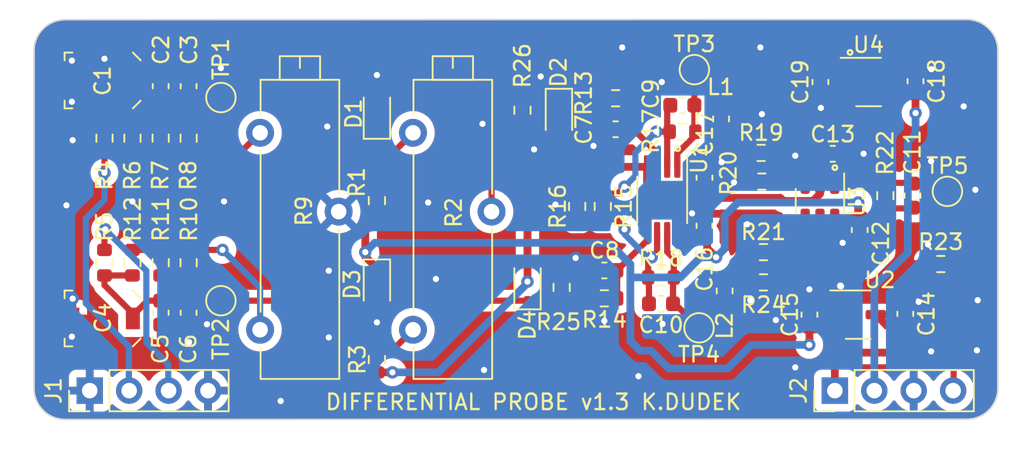
<source format=kicad_pcb>
(kicad_pcb (version 20240108) (generator "pcbnew") (generator_version "8.0")
  (layers (0 "F.Cu" signal) (31 "B.Cu" signal) (34 "B.Paste" user) (35 "F.Paste" user) (36 "B.SilkS" user "B.Silkscreen") (37 "F.SilkS" user "F.Silkscreen") (38 "B.Mask" user) (39 "F.Mask" user) (44 "Edge.Cuts" user))
  (net 0 "")
  (net 1 "GND")
  (net 2 "/VCC5V")
  (net 3 "4V8")
  (net 4 "-4V8")
  (net 5 "Net-(TP1-TP)")
  (net 6 "/VEE-5V")
  (net 7 "Net-(TP2-TP)")
  (net 8 "/VOUT")
  (net 9 "Net-(TP4-TP)")
  (net 10 "/IN_P")
  (net 11 "/IN_N")
  (net 12 "Net-(L1-Pad2)")
  (net 13 "Net-(L2-Pad2)")
  (net 14 "Net-(R6-Pad1)")
  (net 15 "Net-(R10-Pad2)")
  (net 16 "Net-(R10-Pad1)")
  (net 17 "Net-(U1A-+)")
  (net 18 "Net-(U1B-+)")
  (net 19 "Net-(U1A--)")
  (net 20 "Net-(TP3-TP)")
  (net 21 "Net-(U1B--)")
  (net 22 "Net-(U3-+)")
  (net 23 "Net-(U3--)")
  (net 24 "Net-(R1-Pad2)")
  (net 25 "Net-(R2-Pad1)")
  (net 26 "Net-(R7-Pad1)")
  (net 27 "Net-(R8-Pad1)")
  (net 28 "Net-(R11-Pad2)")
  (net 30 "Net-(R2-Pad2)")
  (footprint "Capacitor_SMD:C_0603_1608Metric" (layer "F.Cu") (at 97.27 44.03 90)
    (property "Reference" "C19")
    (property "Value" "1µ")
  )
  (footprint "TestPoint:TestPoint_Pad_D1.5mm" (layer "F.Cu") (at 89.15 43.23)
    (property "Reference" "TP3")
    (property "Value" "Test Point")
  )
  (footprint "Resistor_SMD:R_0603_1608Metric" (layer "F.Cu") (at 93.6 55)
    (property "Reference" "R21")
    (property "Value" "348")
  )
  (footprint "Capacitor_SMD:C_0603_1608Metric" (layer "F.Cu") (at 56.57 58.905 90)
    (property "Reference" "C6")
    (property "Value" " ")
  )
  (footprint "Connector_PinHeader_2.54mm:PinHeader_1x04_P2.54mm_Vertical" (layer "F.Cu") (at 98.2 63.93 90)
    (property "Reference" "J2")
    (property "Value" " ")
  )
  (footprint "Capacitor_SMD:C_0603_1608Metric" (layer "F.Cu") (at 54.77 58.905 90)
    (property "Reference" "C5")
    (property "Value" " ")
  )
  (footprint "Capacitor_SMD:C_0603_1608Metric" (layer "F.Cu") (at 96.5625 59.03 -90)
    (property "Reference" "C15")
    (property "Value" "1µ")
  )
  (footprint "TestPoint:TestPoint_Pad_D1.5mm" (layer "F.Cu") (at 58.65 45.03)
    (property "Reference" "TP1")
    (property "Value" " ")
  )
  (footprint "Resistor_SMD:R_0603_1608Metric" (layer "F.Cu") (at 56.57 47.65 90)
    (property "Reference" "R8")
    (property "Value" "24.9")
  )
  (footprint "Inductor_SMD:L_0603_1608Metric" (layer "F.Cu") (at 90.87 46.41 -90)
    (property "Reference" "L1")
    (property "Value" "r0")
  )
  (footprint "Package_TO_SOT_SMD:SOT-23-3" (layer "F.Cu") (at 100.37 44.03)
    (property "Reference" "U4")
    (property "Value" "XC6902N251")
  )
  (footprint "Resistor_SMD:R_0603_1608Metric" (layer "F.Cu") (at 51.15 55.68 -90)
    (property "Reference" "R5")
    (property "Value" "150")
  )
  (footprint "Package_SO:MSOP-8-1EP_3x3mm_P0.65mm_EP1.68x1.88mm" (layer "F.Cu") (at 87.075 51.63 -90)
    (property "Reference" "U1")
    (property "Value" "LTC6269")
  )
  (footprint "Resistor_SMD:R_0603_1608Metric" (layer "F.Cu") (at 81.6 52.055 -90)
    (property "Reference" "R16")
    (property "Value" " ")
  )
  (footprint "Resistor_SMD:R_0603_1608Metric" (layer "F.Cu") (at 101.45 51.355 90)
    (property "Reference" "R22")
    (property "Value" "348")
  )
  (footprint "Capacitor_SMD:C_0603_1608Metric" (layer "F.Cu") (at 54.77 44.3 -90)
    (property "Reference" "C2")
    (property "Value" " ")
  )
  (footprint "Resistor_SMD:R_0603_1608Metric" (layer "F.Cu") (at 87 56.63)
    (property "Reference" "R18")
    (property "Value" "470")
  )
  (footprint "Capacitor_SMD:C_0603_1608Metric" (layer "F.Cu") (at 87 58.33)
    (property "Reference" "C10")
    (property "Value" "10p")
  )
  (footprint "Resistor_SMD:R_0603_1608Metric" (layer "F.Cu") (at 51.15 47.65 90)
    (property "Reference" "R4")
    (property "Value" "150")
  )
  (footprint "Resistor_SMD:R_0603_1608Metric" (layer "F.Cu") (at 93.45 48.6)
    (property "Reference" "R19")
    (property "Value" "348")
  )
  (footprint "Inductor_SMD:L_0603_1608Metric" (layer "F.Cu") (at 91.1 57.5 90)
    (property "Reference" "L2")
    (property "Value" "r0")
  )
  (footprint "Capacitor_SMD:C_Trimmer_Voltronics_JZ" (layer "F.Cu") (at 51.03 59.275 180)
    (property "Reference" "C4")
    (property "Value" " ")
  )
  (footprint "TestPoint:TestPoint_Pad_D1.5mm" (layer "F.Cu") (at 58.65 58.13)
    (property "Reference" "TP2")
    (property "Value" " ")
  )
  (footprint "Resistor_SMD:R_0603_1608Metric" (layer "F.Cu") (at 54.77 47.65 -90)
    (property "Reference" "R7")
    (property "Value" "845")
  )
  (footprint "Connector_PinHeader_2.54mm:PinHeader_1x04_P2.54mm_Vertical" (layer "F.Cu") (at 50.2 63.93 90)
    (property "Reference" "J1")
    (property "Value" " ")
  )
  (footprint "Package_TO_SOT_SMD:SOT-23-6" (layer "F.Cu") (at 97.24 51.72 -90)
    (property "Reference" "U3")
    (property "Value" "LMH6611")
  )
  (footprint "Resistor_SMD:R_0603_1608Metric" (layer "F.Cu") (at 78.075 45.85 90)
    (property "Reference" "R26")
    (property "Value" "750k")
  )
  (footprint "Capacitor_SMD:C_0603_1608Metric" (layer "F.Cu") (at 103.2 51.355 90)
    (property "Reference" "C11")
    (property "Value" "10p")
  )
  (footprint "Resistor_SMD:R_0603_1608Metric" (layer "F.Cu") (at 56.57 55.68 -90)
    (property "Reference" "R10")
    (property "Value" "24.9")
  )
  (footprint "Resistor_SMD:R_0603_1608Metric" (layer "F.Cu") (at 54.77 55.68 90)
    (property "Reference" "R11")
    (property "Value" "845")
  )
  (footprint "Resistor_SMD:R_0603_1608Metric" (layer "F.Cu") (at 83.25 52.055 -90)
    (property "Reference" "R15")
    (property "Value" "16")
  )
  (footprint "Diode_SMD:D_SOD-323" (layer "F.Cu") (at 68.7 46.08 90)
    (property "Reference" "D1")
    (property "Value" "BAS316,115")
  )
  (footprint "TestPoint:TestPoint_Pad_D1.5mm" (layer "F.Cu") (at 89.45 59.88)
    (property "Reference" "TP4")
    (property "Value" " ")
  )
  (footprint "Resistor_SMD:R_0603_1608Metric" (layer "F.Cu") (at 52.95 47.65 90)
    (property "Reference" "R6")
    (property "Value" "9.1k")
  )
  (footprint "Capacitor_SMD:C_0603_1608Metric" (layer "F.Cu") (at 102.7375 58.98 -90)
    (property "Reference" "C14")
    (property "Value" "1µ")
  )
  (footprint "Resistor_SMD:R_0603_1608Metric" (layer "F.Cu") (at 68.7 51.68 90)
    (property "Reference" "R1")
    (property "Value" "1M")
  )
  (footprint "Capacitor_SMD:C_0603_1608Metric" (layer "F.Cu") (at 88.375 45.53)
    (property "Reference" "C9")
    (property "Value" "10p")
  )
  (footprint "Resistor_SMD:R_0603_1608Metric" (layer "F.Cu") (at 80.6 57.275 -90)
    (property "Reference" "R25")
    (property "Value" "750k")
  )
  (footprint "Resistor_SMD:R_0603_1608Metric" (layer "F.Cu") (at 93.6 56.95)
    (property "Reference" "R24")
    (property "Value" " ")
  )
  (footprint "Resistor_SMD:R_0603_1608Metric" (layer "F.Cu") (at 68.7 61.93 -90)
    (property "Reference" "R3")
    (property "Value" "1M")
  )
  (footprint "Resistor_SMD:R_0603_1608Metric" (layer "F.Cu") (at 93.5 50.45 180)
    (property "Reference" "R20")
    (property "Value" "348")
  )
  (footprint "Resistor_SMD:R_0603_1608Metric" (layer "F.Cu") (at 52.95 55.68 -90)
    (property "Reference" "R12")
    (property "Value" "9.1k")
  )
  (footprint "Resistor_SMD:R_0603_1608Metric" (layer "F.Cu") (at 88.3875 47.23)
    (property "Reference" "R17")
    (property "Value" "470")
  )
  (footprint "Package_TO_SOT_SMD:SOT-23-3" (layer "F.Cu") (at 99.7 59.03)
    (property "Reference" "U2")
    (property "Value" "XC6206P251")
  )
  (footprint "Resistor_SMD:R_0603_1608Metric" (layer "F.Cu") (at 83.35 57.98)
    (property "Reference" "R14")
    (property "Value" "150")
  )
  (footprint "Diode_SMD:D_SOD-323" (layer "F.Cu") (at 78.4 57.08 90)
    (property "Reference" "D4")
    (property "Value" "BAS316,115")
  )
  (footprint "Diode_SMD:D_SOD-323" (layer "F.Cu") (at 68.7 57.08 -90)
    (property "Reference" "D3")
    (property "Value" "BAS316,115")
  )
  (footprint "Capacitor_SMD:C_0603_1608Metric" (layer "F.Cu") (at 98.065 48.6575 180)
    (property "Reference" "C13")
    (property "Value" "0.1µ")
  )
  (footprint "Capacitor_SMD:C_0603_1608Metric" (layer "F.Cu") (at 83.35 56.18)
    (property "Reference" "C8")
    (property "Value" "10p")
  )
  (footprint "Capacitor_SMD:C_0603_1608Metric" (layer "F.Cu") (at 56.57 44.3 -90)
    (property "Reference" "C3")
    (property "Value" " ")
  )
  (footprint "Resistor_SMD:R_0603_1608Metric" (layer "F.Cu") (at 105.025 55.7675)
    (property "Reference" "R23")
    (property "Value" "1k")
  )
  (footprint "Capacitor_SMD:C_Trimmer_Voltronics_JZ" (layer "F.Cu") (at 51.03 43.93 180)
    (property "Reference" "C1")
    (property "Value" " ")
  )
  (footprint "Capacitor_SMD:C_0603_1608Metric" (layer "F.Cu") (at 89.8 50.2 -90)
    (property "Reference" "C17")
    (property "Value" "0.1µ")
  )
  (footprint "Diode_SMD:D_SOD-323" (layer "F.Cu") (at 80.425 46.075 -90)
    (property "Reference" "D2")
    (property "Value" "BAS316,115")
  )
  (footprint "Capacitor_SMD:C_0603_1608Metric" (layer "F.Cu") (at 99.8 53.575 90)
    (property "Reference" "C12")
    (property "Value" "0.1µ")
  )
  (footprint "Potentiometer_THT:Potentiometer_Bourns_3006W_Horizontal" (layer "F.Cu") (at 61.175 60.005 -90)
    (property "Reference" "R9")
    (property "Value" "100")
  )
  (footprint "Capacitor_SMD:C_0603_1608Metric" (layer "F.Cu") (at 84.075 47.075)
    (property "Reference" "C7")
    (property "Value" "10p")
  )
  (footprint "Capacitor_SMD:C_0603_1608Metric" (layer "F.Cu") (at 103.395 43.98 -90)
    (property "Reference" "C18")
    (property "Value" "1µ")
  )
  (footprint "Resistor_SMD:R_0603_1608Metric" (layer "F.Cu") (at 84.075 45.075)
    (property "Reference" "R13")
    (property "Value" "150")
  )
  (footprint "Capacitor_SMD:C_0603_1608Metric" (layer "F.Cu") (at 89.8 53.3 -90)
    (property "Reference" "C16")
    (property "Value" "0.1µ")
  )
  (footprint "Potentiometer_THT:Potentiometer_Bourns_3006W_Horizontal" (layer "F.Cu") (at 71.025 60.005 -90)
    (property "Reference" "R2")
    (property "Value" "1M")
  )
  (footprint "TestPoint:TestPoint_Pad_D1.5mm" (layer "F.Cu") (at 105.45 51.08)
    (property "Reference" "TP5")
    (property "Value" " ")
  )
  (gr_circle (center 98.55 57.17071) (end 98.6 57.22071) (stroke (width 0.15)) (fill none) (layer "F.SilkS"))
  (gr_circle (center 99.175 42.12071) (end 99.225 42.17071) (stroke (width 0.15)) (fill none) (layer "F.SilkS"))
  (gr_circle (center 98.2 49.55) (end 98.25 49.6) (stroke (width 0.15)) (fill none) (layer "F.SilkS"))
  (gr_circle (center 88.075 48.325) (end 88.125 48.375) (stroke (width 0.15)) (fill none) (layer "F.SilkS"))
  (gr_line (start 108.7 42) (end 108.7 63.771572) (stroke (width 0.1)) (layer "Edge.Cuts"))
  (gr_arc (start 108.7 63.771572) (mid 108.114214 65.185786) (end 106.7 65.771572) (stroke (width 0.1)) (layer "Edge.Cuts"))
  (gr_arc (start 106.7 40) (mid 108.114214 40.585786) (end 108.7 42) (stroke (width 0.1)) (layer "Edge.Cuts"))
  (gr_line (start 106.7 65.771572) (end 48.614214 65.785786) (stroke (width 0.1)) (layer "Edge.Cuts"))
  (gr_arc (start 46.614214 42.014214) (mid 47.2 40.6) (end 48.614214 40.014214) (stroke (width 0.1)) (layer "Edge.Cuts"))
  (gr_arc (start 48.614214 65.785786) (mid 47.2 65.2) (end 46.614214 63.785786) (stroke (width 0.1)) (layer "Edge.Cuts"))
  (gr_line (start 46.614214 63.785786) (end 46.614214 42.014214) (stroke (width 0.1)) (layer "Edge.Cuts"))
  (gr_line (start 48.614214 40.014214) (end 106.7 40) (stroke (width 0.1)) (layer "Edge.Cuts"))
  (gr_text "DIFFERENTIAL PROBE v1.3 K.DUDEK" (at 65.3 65.25 0) (layer "F.SilkS") (effects (font (size 1 1)) (justify left bottom)))
  (segment (start 96.5625 58.255) (end 96.5625 57.4) (width 0.5) (layer "F.Cu") (net 1))
  (segment (start 81.5 55.375) (end 81.77 55.375) (width 0.4) (layer "F.Cu") (net 1))
  (segment (start 89.775 52.5) (end 89.8 52.525) (width 0.4) (layer "F.Cu") (net 1))
  (segment (start 99.2325 44.98) (end 97.445 44.98) (width 0.4) (layer "F.Cu") (net 1))
  (segment (start 92.626041 50.498959) (end 92.675 50.45) (width 0.5) (layer "F.Cu") (net 1))
  (segment (start 92.775 58.075) (end 92.75 58.1) (width 0.4) (layer "F.Cu") (net 1))
  (segment (start 91.701041 50.498959) (end 92.626041 50.498959) (width 0.5) (layer "F.Cu") (net 1))
  (segment (start 98.7 54.4) (end 99.74 54.4) (width 0.4) (layer "F.Cu") (net 1))
  (segment (start 96.7375 58.08) (end 96.5625 58.255) (width 0.25) (layer "F.Cu") (net 1))
  (segment (start 90.675 49.425) (end 89.8 49.425) (width 0.5) (layer "F.Cu") (net 1))
  (segment (start 103.6 58.205) (end 102.7375 58.205) (width 0.5) (layer "F.Cu") (net 1))
  (segment (start 81.5 55.55) (end 80.6 56.45) (width 0.4) (layer "F.Cu") (net 1))
  (segment (start 103.6 58.205) (end 103.8625 58.205) (width 0.25) (layer "F.Cu") (net 1))
  (segment (start 98.5625 58.08) (end 99.72 58.08) (width 0.5) (layer "F.Cu") (net 1))
  (segment (start 56.4 59.68) (end 54.5 59.68) (width 0.25) (layer "F.Cu") (net 1))
  (segment (start 83.3 47.075) (end 82.625 47.75) (width 0.4) (layer "F.Cu") (net 1))
  (segment (start 89 52.5) (end 89.775 52.5) (width 0.4) (layer "F.Cu") (net 1))
  (segment (start 97.445 44.98) (end 97.27 44.805) (width 0.4) (layer "F.Cu") (net 1))
  (segment (start 97.3 44.835) (end 97.27 44.805) (width 0.4) (layer "F.Cu") (net 1))
  (segment (start 103.27 43.08) (end 103.37 43.18) (width 0.25) (layer "F.Cu") (net 1))
  (segment (start 90.9 49.2) (end 90.675 49.425) (width 0.5) (layer "F.Cu") (net 1))
  (segment (start 100.0425 48.6575) (end 100.05 48.65) (width 0.4) (layer "F.Cu") (net 1))
  (segment (start 56.57 43.525) (end 54.77 43.525) (width 0.25) (layer "F.Cu") (net 1))
  (segment (start 90.135 52.455) (end 89.975 52.455) (width 0.25) (layer "F.Cu") (net 1))
  (segment (start 92.775 56.95) (end 92.775 58.075) (width 0.4) (layer "F.Cu") (net 1))
  (segment (start 98.84 48.6575) (end 100.0425 48.6575) (width 0.4) (layer "F.Cu") (net 1))
  (segment (start 81.77 55.375) (end 82.575 56.18) (width 0.4) (layer "F.Cu") (net 1))
  (segment (start 99.78 58.08) (end 102.6125 58.08) (width 0.5) (layer "F.Cu") (net 1))
  (segment (start 97.3 45.7) (end 97.3 44.835) (width 0.4) (layer "F.Cu") (net 1))
  (segment (start 102.6125 58.08) (end 102.7375 58.205) (width 0.25) (layer "F.Cu") (net 1))
  (segment (start 92.675 50.45) (end 92.675 50.325) (width 0.4) (layer "F.Cu") (net 1))
  (segment (start 81.5 55.375) (end 81.5 55.55) (width 0.4) (layer "F.Cu") (net 1))
  (segment (start 103.395 43.205) (end 104.42 43.205) (width 0.5) (layer "F.Cu") (net 1))
  (via (at 58.65 43.13) (size 0.8) (drill 0.4) (layers "F.Cu" "B.Cu") (net 1))
  (via (at 97.3 45.7) (size 0.8) (drill 0.4) (layers "F.Cu" "B.Cu") (net 1))
  (via (at 78.825 48.375) (size 0.8) (drill 0.4) (layers "F.Cu" "B.Cu") (net 1))
  (via (at 98.7 54.4) (size 0.8) (drill 0.4) (layers "F.Cu" "B.Cu") (net 1))
  (via (at 103.6 58.205) (size 0.8) (drill 0.4) (layers "F.Cu" "B.Cu") (net 1))
  (via (at 51.15 42.53) (size 0.8) (drill 0.4) (layers "F.Cu" "B.Cu") (net 1))
  (via (at 95.65 62.43) (size 0.8) (drill 0.4) (layers "F.Cu" "B.Cu") (net 1))
  (via (at 49.1 47.78) (size 0.8) (drill 0.4) (layers "F.Cu" "B.Cu") (net 1))
  (via (at 65.5 46.9) (size 0.8) (drill 0.4) (layers "F.Cu" "B.Cu") (net 1))
  (via (at 84.5 41.8) (size 0.8) (drill 0.4) (layers "F.Cu" "B.Cu") (net 1))
  (via (at 75.6 62.6) (size 0.8) (drill 0.4) (layers "F.Cu" "B.Cu") (net 1))
  (via (at 72.5 56.73) (size 0.8) (drill 0.4) (layers "F.Cu" "B.Cu") (net 1))
  (via (at 68.7 43.58) (size 0.8) (drill 0.4) (layers "F.Cu" "B.Cu") (net 1))
  (via (at 87.1 59.63) (size 0.8) (drill 0.4) (layers "F.Cu" "B.Cu") (net 1))
  (via (at 85.55 63) (size 0.8) (drill 0.4) (layers "F.Cu" "B.Cu") (net 1))
  (via (at 100.05 48.65) (size 0.8) (drill 0.4) (layers "F.Cu" "B.Cu") (net 1))
  (via (at 95.65 48.78) (size 0.8) (drill 0.4) (layers "F.Cu" "B.Cu") (net 1))
  (via (at 65.6 56.2) (size 0.8) (drill 0.4) (layers "F.Cu" "B.Cu") (net 1))
  (via (at 57.75 59.65) (size 0.8) (drill 0.4) (layers "F.Cu" "B.Cu") (net 1))
  (via (at 94.4 59.38) (size 0.8) (drill 0.4) (layers "F.Cu" "B.Cu") (net 1))
  (via (at 107.35 61.33) (size 0.8) (drill 0.4) (layers "F.Cu" "B.Cu") (net 1))
  (via (at 81.5 55.375) (size 0.8) (drill 0.4) (layers "F.Cu" "B.Cu") (net 1))
  (via (at 68.7 59.53) (size 0.8) (drill 0.4) (layers "F.Cu" "B.Cu") (net 1))
  (via (at 104.2 54.5) (size 0.8) (drill 0.4) (layers "F.Cu" "B.Cu") (net 1))
  (via (at 104.4 61.4) (size 0.8) (drill 0.4) (layers "F.Cu" "B.Cu") (net 1))
  (via (at 49.1 58) (size 0.8) (drill 0.4) (layers "F.Cu" "B.Cu") (net 1))
  (via (at 90.9 49.2) (size 0.8) (drill 0.4) (layers "F.Cu" "B.Cu") (net 1))
  (via (at 107.4 58.1) (size 0.8) (drill 0.4) (layers "F.Cu" "B.Cu") (net 1))
  (via (at 58.85 51.73) (size 0.8) (drill 0.4) (layers "F.Cu" "B.Cu") (net 1))
  (via (at 91.701041 50.498959) (size 0.8) (drill 0.4) (layers "F.Cu" "B.Cu") (net 1))
  (via (at 93.4 41.8) (size 0.8) (drill 0.4) (layers "F.Cu" "B.Cu") (net 1))
  (via (at 52.95 51.73) (size 0.8) (drill 0.4) (layers "F.Cu" "B.Cu") (net 1))
  (via (at 106.5 45.6) (size 0.8) (drill 0.4) (layers "F.Cu" "B.Cu") (net 1))
  (via (at 92.55 53.2) (size 0.8) (drill 0.4) (layers "F.Cu" "B.Cu") (net 1))
  (via (at 89 52.5) (size 0.8) (drill 0.4) (layers "F.Cu" "B.Cu") (net 1))
  (via (at 72 51.8) (size 0.8) (drill 0.4) (layers "F.Cu" "B.Cu") (net 1))
  (via (at 104.4 49.13) (size 0.8) (drill 0.4) (layers "F.Cu" "B.Cu") (net 1))
  (via (at 62.5 64.6) (size 0.8) (drill 0.4) (layers "F.Cu" "B.Cu") (net 1))
  (via (at 82.65 48.15) (size 0.8) (drill 0.4) (layers "F.Cu" "B.Cu") (net 1))
  (via (at 87.05 44.03) (size 0.8) (drill 0.4) (layers "F.Cu" "B.Cu") (net 1))
  (via (at 49.05 60.45) (size 0.8) (drill 0.4) (layers "F.Cu" "B.Cu") (net 1))
  (via (at 49.05 42.65) (size 0.8) (drill 0.4) (layers "F.Cu" "B.Cu") (net 1))
  (via (at 107.25 50.98) (size 0.8) (drill 0.4) (layers "F.Cu" "B.Cu") (net 1))
  (via (at 49.05 45.3) (size 0.8) (drill 0.4) (layers "F.Cu" "B.Cu") (net 1))
  (via (at 98.6 57.2) (size 0.8) (drill 0.4) (layers "F.Cu" "B.Cu") (net 1))
  (via (at 65.6 60.5) (size 0.8) (drill 0.4) (layers "F.Cu" "B.Cu") (net 1))
  (via (at 48.7 51.98) (size 0.8) (drill 0.4) (layers "F.Cu" "B.Cu") (net 1))
  (via (at 79.25 43.675) (size 0.8) (drill 0.4) (layers "F.Cu" "B.Cu") (net 1))
  (via (at 80.2 51.93) (size 0.8) (drill 0.4) (layers "F.Cu" "B.Cu") (net 1))
  (via (at 75.5 46.725) (size 0.8) (drill 0.4) (layers "F.Cu" "B.Cu") (net 1))
  (via (at 104.42 43.205) (size 0.8) (drill 0.4) (layers "F.Cu" "B.Cu") (net 1))
  (via (at 92.75 58.1) (size 0.8) (drill 0.4) (layers "F.Cu" "B.Cu") (net 1))
  (via (at 96.5625 57.4) (size 0.8) (drill 0.4) (layers "F.Cu" "B.Cu") (net 1))
  (via (at 93.5 46.1) (size 0.8) (drill 0.4) (layers "F.Cu" "B.Cu") (net 1))
  (via (at 83.35 59.43) (size 0.8) (drill 0.4) (layers "F.Cu" "B.Cu") (net 1))
  (via (at 56.6 60.8) (size 0.8) (drill 0.4) (layers "F.Cu" "B.Cu") (net 1))
  (segment (start 98.2 63.93) (end 98.2 62.33) (width 0.5) (layer "F.Cu") (net 2))
  (segment (start 101.5625 59.755) (end 100.8375 59.03) (width 0.5) (layer "F.Cu") (net 2))
  (segment (start 102.7125 59.78) (end 102.7375 59.755) (width 0.5) (layer "F.Cu") (net 2))
  (segment (start 101.9 61.48) (end 102.7375 60.6425) (width 0.5) (layer "F.Cu") (net 2))
  (segment (start 99.05 61.48) (end 101.9 61.48) (width 0.5) (layer "F.Cu") (net 2))
  (segment (start 102.7375 59.755) (end 101.5625 59.755) (width 0.5) (layer "F.Cu") (net 2))
  (segment (start 98.2 62.33) (end 99.05 61.48) (width 0.5) (layer "F.Cu") (net 2))
  (segment (start 102.7375 60.6425) (end 102.7375 59.755) (width 0.5) (layer "F.Cu") (net 2))
  (segment (start 99.7 52.7) (end 99.8 52.8) (width 0.5) (layer "F.Cu") (net 3))
  (segment (start 99.8 52.8) (end 98.2475 52.8) (width 0.5) (layer "F.Cu") (net 3))
  (segment (start 89.975 54.005) (end 88.275 54.005) (width 0.5) (layer "F.Cu") (net 3))
  (segment (start 96.55 60.68) (end 96.5625 60.6675) (width 0.5) (layer "F.Cu") (net 3))
  (segment (start 67.95 55) (end 67.95 53.255) (width 0.5) (layer "F.Cu") (net 3))
  (segment (start 67.95 55.28) (end 68.7 56.03) (width 0.5) (layer "F.Cu") (net 3))
  (segment (start 67.46 51.265) (end 68.7 52.505) (width 0.5) (layer "F.Cu") (net 3))
  (segment (start 68.7 52.505) (end 68.7 52.53) (width 0.5) (layer "F.Cu") (net 3))
  (segment (start 67.95 53.255) (end 68.7 52.505) (width 0.5) (layer "F.Cu") (net 3))
  (segment (start 98.5625 59.98) (end 96.7375 59.98) (width 0.5) (layer "F.Cu") (net 3))
  (segment (start 68.7 47.13) (end 67.46 48.37) (width 0.5) (layer "F.Cu") (net 3))
  (segment (start 96.5625 60.6675) (end 96.5625 59.805) (width 0.5) (layer "F.Cu") (net 3))
  (segment (start 88.275 54.005) (end 88.05 53.78) (width 0.5) (layer "F.Cu") (net 3))
  (segment (start 90.55 55.33) (end 90.4 55.18) (width 0.5) (layer "F.Cu") (net 3))
  (segment (start 96.55 60.98) (end 96.55 60.68) (width 0.5) (layer "F.Cu") (net 3))
  (segment (start 96.7375 59.98) (end 96.5625 59.805) (width 0.5) (layer "F.Cu") (net 3))
  (segment (start 99.7 51.8) (end 99.7 52.7) (width 0.5) (layer "F.Cu") (net 3))
  (segment (start 67.46 48.37) (end 67.46 51.265) (width 0.5) (layer "F.Cu") (net 3))
  (segment (start 89.975 54.755) (end 90.55 55.33) (width 0.5) (layer "F.Cu") (net 3))
  (segment (start 67.95 55) (end 67.95 55.28) (width 0.5) (layer "F.Cu") (net 3))
  (segment (start 89.975 54.005) (end 89.975 54.755) (width 0.5) (layer "F.Cu") (net 3))
  (segment (start 98.2475 52.8) (end 98.19 52.8575) (width 0.5) (layer "F.Cu") (net 3))
  (via (at 90.55 55.33) (size 0.8) (drill 0.4) (layers "F.Cu" "B.Cu") (net 3))
  (via (at 67.95 55) (size 0.8) (drill 0.4) (layers "F.Cu" "B.Cu") (net 3))
  (via (at 96.55 60.98) (size 0.8) (drill 0.4) (layers "F.Cu" "B.Cu") (net 3))
  (via (at 99.7 51.8) (size 0.8) (drill 0.4) (layers "F.Cu" "B.Cu") (net 3))
  (segment (start 90.55 55.33) (end 89.55 55.33) (width 0.5) (layer "B.Cu") (net 3))
  (segment (start 68.55 54.4) (end 83.65 54.4) (width 0.5) (layer "B.Cu") (net 3))
  (segment (start 92.82 60.98) (end 91.3 62.5) (width 0.5) (layer "B.Cu") (net 3))
  (segment (start 86.35 61.35) (end 85.65 61.35) (width 0.5) (layer "B.Cu") (net 3))
  (segment (start 91.95 51.8) (end 91.1 52.65) (width 0.5) (layer "B.Cu") (net 3))
  (segment (start 88.25 56.63) (end 85.1 56.63) (width 0.5) (layer "B.Cu") (net 3))
  (segment (start 96.55 60.98) (end 92.82 60.98) (width 0.5) (layer "B.Cu") (net 3))
  (segment (start 89.55 55.33) (end 88.25 56.63) (width 0.5) (layer "B.Cu") (net 3))
  (segment (start 91.3 62.5) (end 87.5 62.5) (width 0.5) (layer "B.Cu") (net 3))
  (segment (start 85.025 60.725) (end 85.025 56.705) (width 0.5) (layer "B.Cu") (net 3))
  (segment (start 67.95 55) (end 68.55 54.4) (width 0.5) (layer "B.Cu") (net 3))
  (segment (start 85.65 61.35) (end 85.025 60.725) (width 0.5) (layer "B.Cu") (net 3))
  (segment (start 91.1 54.78) (end 90.55 55.33) (width 0.5) (layer "B.Cu") (net 3))
  (segment (start 83.65 54.4) (end 85.025 55.775) (width 0.5) (layer "B.Cu") (net 3))
  (segment (start 91.1 52.65) (end 91.1 54.78) (width 0.5) (layer "B.Cu") (net 3))
  (segment (start 85.1 56.63) (end 85.025 56.705) (width 0.5) (layer "B.Cu") (net 3))
  (segment (start 85.025 55.775) (end 85.025 56.705) (width 0.5) (layer "B.Cu") (net 3))
  (segment (start 87.5 62.5) (end 86.35 61.35) (width 0.5) (layer "B.Cu") (net 3))
  (segment (start 99.7 51.8) (end 91.95 51.8) (width 0.5) (layer "B.Cu") (net 3))
  (segment (start 87.87 51.63) (end 87.075 51.63) (width 0.5) (layer "F.Cu") (net 4))
  (segment (start 86.08 49.5) (end 86.1 49.48) (width 0.5) (layer "F.Cu") (net 4))
  (segment (start 69.695 62.755) (end 68.7 62.755) (width 0.5) (layer "F.Cu") (net 4))
  (segment (start 78.4 52.225) (end 80.425 50.2) (width 0.5) (layer "F.Cu") (net 4))
  (segment (start 86.1 50.655) (end 87.075 51.63) (width 0.5) (layer "F.Cu") (net 4))
  (segment (start 97.24 50.5825) (end 97.24 51.244999) (width 0.5) (layer "F.Cu") (net 4))
  (segment (start 97.445 43.08) (end 97.27 43.255) (width 0.25) (layer "F.Cu") (net 4))
  (segment (start 97.29 47.365) (end 95.9 45.975) (width 0.5) (layer "F.Cu") (net 4))
  (segment (start 81.125 49.5) (end 86.08 49.5) (width 0.5) (layer "F.Cu") (net 4))
  (segment (start 99.195 43.055) (end 99.22 43.08) (width 0.25) (layer "F.Cu") (net 4))
  (segment (start 94.69 51.5) (end 91 51.5) (width 0.5) (layer "F.Cu") (net 4))
  (segment (start 97.27 48.6375) (end 97.29 48.6575) (width 0.5) (layer "F.Cu") (net 4))
  (segment (start 96.784999 51.7) (end 94.89 51.7) (width 0.5) (layer "F.Cu") (net 4))
  (segment (start 80.425 50.2) (end 81.125 49.5) (width 0.5) (layer "F.Cu") (net 4))
  (segment (start 97.29 48.6575) (end 97.29 47.365) (width 0.5) (layer "F.Cu") (net 4))
  (segment (start 90.475 50.975) (end 88.525 50.975) (width 0.5) (layer "F.Cu") (net 4))
  (segment (start 78.4 56.9) (end 78.4 52.43) (width 0.5) (layer "F.Cu") (net 4))
  (segment (start 86.1 49.48) (end 86.1 50.655) (width 0.5) (layer "F.Cu") (net 4))
  (segment (start 87.115 51.59) (end 87.075 51.63) (width 0.5) (layer "F.Cu") (net 4))
  (segment (start 95.9 45.975) (end 95.9 43.725) (width 0.5) (layer "F.Cu") (net 4))
  (segment (start 91 51.5) (end 90.475 50.975) (width 0.5) (layer "F.Cu") (net 4))
  (segment (start 94.89 51.7) (end 94.69 51.5) (width 0.5) (layer "F.Cu") (net 4))
  (segment (start 96.37 43.255) (end 98.545 43.255) (width 0.5) (layer "F.Cu") (net 4))
  (segment (start 97.24 48.7075) (end 97.29 48.6575) (width 0.5) (layer "F.Cu") (net 4))
  (segment (start 97.24 50.5825) (end 97.24 48.7075) (width 0.5) (layer "F.Cu") (net 4))
  (segment (start 78.4 53.28) (end 78.4 52.43) (width 0.5) (layer "F.Cu") (net 4))
  (segment (start 98.545 43.255) (end 98.72 43.08) (width 0.5) (layer "F.Cu") (net 4))
  (segment (start 78.4 52.43) (end 78.4 52.225) (width 0.5) (layer "F.Cu") (net 4))
  (segment (start 95.9 43.725) (end 96.37 43.255) (width 0.5) (layer "F.Cu") (net 4))
  (segment (start 98.72 43.08) (end 99.2325 43.08) (width 0.5) (layer "F.Cu") (net 4))
  (segment (start 80.425 47.125) (end 80.425 50.2) (width 0.5) (layer "F.Cu") (net 4))
  (segment (start 69.7 62.75) (end 69.695 62.755) (width 0.5) (layer "F.Cu") (net 4))
  (segment (start 97.24 51.244999) (end 96.784999 51.7) (width 0.5) (layer "F.Cu") (net 4))
  (segment (start 78.4 56.03) (end 78.4 53.28) (width 0.5) (layer "F.Cu") (net 4))
  (segment (start 88.525 50.975) (end 87.87 51.63) (width 0.5) (layer "F.Cu") (net 4))
  (via (at 69.7 62.75) (size 0.8) (drill 0.4) (layers "F.Cu" "B.Cu") (net 4))
  (via (at 78.4 56.9) (size 0.8) (drill 0.4) (layers "F.Cu" "B.Cu") (net 4))
  (segment (start 72.65 62.75) (end 69.7 62.75) (width 0.5) (layer "B.Cu") (net 4))
  (segment (start 78.4 56.9) (end 78.4 57) (width 0.5) (layer "B.Cu") (net 4))
  (segment (start 78.4 57) (end 72.65 62.75) (width 0.5) (layer "B.Cu") (net 4))
  (segment (start 54.77 45.025) (end 56.57 45.025) (width 0.4) (layer "F.Cu") (net 5))
  (segment (start 58.65 45.03) (end 56.615 45.03) (width 0.4) (layer "F.Cu") (net 5))
  (segment (start 51.15 46.825) (end 52.95 46.825) (width 0.4) (layer "F.Cu") (net 5))
  (segment (start 52.98 43.93) (end 52.85 43.93) (width 0.4) (layer "F.Cu") (net 5))
  (segment (start 58.65 45.03) (end 68.7 45.03) (width 0.4) (layer "F.Cu") (net 5))
  (segment (start 52.98 44.2) (end 52.98 43.93) (width 0.4) (layer "F.Cu") (net 5))
  (segment (start 79.65 45.03) (end 83.205 45.03) (width 0.4) (layer "F.Cu") (net 5))
  (segment (start 51.15 46.03) (end 52.98 44.2) (width 0.4) (layer "F.Cu") (net 5))
  (segment (start 54.77 45.075) (end 53.895 45.075) (width 0.4) (layer "F.Cu") (net 5))
  (segment (start 53.895 45.075) (end 52.98 44.16) (width 0.4) (layer "F.Cu") (net 5))
  (segment (start 68.7 45.03) (end 79.65 45.03) (width 0.4) (layer "F.Cu") (net 5))
  (segment (start 54.72 45.125) (end 54.77 45.075) (width 0.4) (layer "F.Cu") (net 5))
  (segment (start 51.15 46.825) (end 51.15 46.03) (width 0.4) (layer "F.Cu") (net 5))
  (segment (start 56.615 45.03) (end 56.57 45.075) (width 0.4) (layer "F.Cu") (net 5))
  (segment (start 52.98 44.16) (end 52.98 43.93) (width 0.4) (layer "F.Cu") (net 5))
  (segment (start 83.205 45.03) (end 83.25 45.075) (width 0.4) (layer "F.Cu") (net 5))
  (segment (start 72.4 45.03) (end 76.085 45.03) (width 0.4) (layer "F.Cu") (net 5))
  (segment (start 103.4 46.03) (end 103.395 46.035) (width 0.5) (layer "F.Cu") (net 6))
  (segment (start 103.395 46.025) (end 103.4 46.03) (width 0.5) (layer "F.Cu") (net 6))
  (segment (start 102.2325 44.755) (end 101.5075 44.03) (width 0.5) (layer "F.Cu") (net 6))
  (segment (start 103.395 44.755) (end 102.2325 44.755) (width 0.5) (layer "F.Cu") (net 6))
  (segment (start 103.395 44.755) (end 103.395 46.025) (width 0.5) (layer "F.Cu") (net 6))
  (via (at 103.4 46.03) (size 0.8) (drill 0.4) (layers "F.Cu" "B.Cu") (net 6))
  (segment (start 102.9 55.03) (end 100.74 57.19) (width 0.5) (layer "B.Cu") (net 6))
  (segment (start 103.4 46.03) (end 103.4 47.38) (width 0.5) (layer "B.Cu") (net 6))
  (segment (start 100.74 57.19) (end 100.74 63.93) (width 0.5) (layer "B.Cu") (net 6))
  (segment (start 103.4 47.38) (end 102.9 47.88) (width 0.5) (layer "B.Cu") (net 6))
  (segment (start 102.9 53.78) (end 102.9 55.03) (width 0.5) (layer "B.Cu") (net 6))
  (segment (start 102.9 47.88) (end 102.9 53.78) (width 0.5) (layer "B.Cu") (net 6))
  (segment (start 82.375 58.13) (end 78.4 58.13) (width 0.4) (layer "F.Cu") (net 7))
  (segment (start 51.15 57.13) (end 52.98 58.96) (width 0.4) (layer "F.Cu") (net 7))
  (segment (start 54.475 58.155) (end 54.5 58.13) (width 0.4) (layer "F.Cu") (net 7))
  (segment (start 56.4 58.13) (end 56.25 58.13) (width 0.35) (layer "F.Cu") (net 7))
  (segment (start 52.98 58.96) (end 52.98 59.275) (width 0.4) (layer "F.Cu") (net 7))
  (segment (start 51.15 56.505) (end 52.95 56.505) (width 0.4) (layer "F.Cu") (net 7))
  (segment (start 53.9225 58.13) (end 52.7775 59.275) (width 0.4) (layer "F.Cu") (net 7))
  (segment (start 51.15 56.505) (end 51.15 57.13) (width 0.4) (layer "F.Cu") (net 7))
  (segment (start 82.525 57.98) (end 82.375 58.13) (width 0.4) (layer "F.Cu") (net 7))
  (segment (start 54.5 58.13) (end 53.9225 58.13) (width 0.4) (layer "F.Cu") (net 7))
  (segment (start 78.4 58.13) (end 54.5 58.13) (width 0.4) (layer "F.Cu") (net 7))
  (segment (start 98.2425 50.53) (end 104.9 50.53) (width 0.4) (layer "F.Cu") (net 8))
  (segment (start 105.85 55.7675) (end 105.85 63.9) (width 0.4) (layer "F.Cu") (net 8))
  (segment (start 105.85 63.9) (end 105.82 63.93) (width 0.4) (layer "F.Cu") (net 8))
  (segment (start 105.85 51.48) (end 105.85 55.7675) (width 0.4) (layer "F.Cu") (net 8))
  (segment (start 104.9 50.53) (end 105.85 51.48) (width 0.4) (layer "F.Cu") (net 8))
  (segment (start 98.19 50.5825) (end 98.2425 50.53) (width 0.4) (layer "F.Cu") (net 8))
  (segment (start 89.45 59.88) (end 91 58.33) (width 0.4) (layer "F.Cu") (net 9))
  (segment (start 87.9 58.33) (end 89.45 59.88) (width 0.4) (layer "F.Cu") (net 9))
  (segment (start 87.4 53.78) (end 87.4 54.98) (width 0.4) (layer "F.Cu") (net 9))
  (segment (start 91 58.33) (end 91 58.2875) (width 0.4) (layer "F.Cu") (net 9))
  (segment (start 87.4 54.98) (end 87.825 55.405) (width 0.4) (layer "F.Cu") (net 9))
  (segment (start 91.2325 58.4925) (end 91.2325 58.34) (width 0.25) (layer "F.Cu") (net 9))
  (segment (start 87.825 55.405) (end 87.825 56.63) (width 0.4) (layer "F.Cu") (net 9))
  (segment (start 87.775 58.33) (end 87.9 58.33) (width 0.4) (layer "F.Cu") (net 9))
  (segment (start 87.775 58.33) (end 87.775 56.68) (width 0.4) (layer "F.Cu") (net 9))
  (segment (start 87.775 56.68) (end 87.825 56.63) (width 0.4) (layer "F.Cu") (net 9))
  (segment (start 51.15 48.475) (end 51.15 49.88) (width 0.4) (layer "F.Cu") (net 10))
  (via (at 51.15 49.88) (size 0.8) (drill 0.4) (layers "F.Cu" "B.Cu") (net 10))
  (segment (start 52.72 61.07) (end 52.72 63.93) (width 0.4) (layer "B.Cu") (net 10))
  (segment (start 49.95 52.83) (end 49.95 58.3) (width 0.4) (layer "B.Cu") (net 10))
  (segment (start 51.15 51.63) (end 49.95 52.83) (width 0.4) (layer "B.Cu") (net 10))
  (segment (start 49.95 58.3) (end 52.72 61.07) (width 0.4) (layer "B.Cu") (net 10))
  (segment (start 51.15 49.88) (end 51.15 51.63) (width 0.4) (layer "B.Cu") (net 10))
  (segment (start 51.15 54.855) (end 51.15 53.58) (width 0.4) (layer "F.Cu") (net 11))
  (segment (start 51.15 53.58) (end 51.2 53.53) (width 0.4) (layer "F.Cu") (net 11))
  (via (at 51.2 53.53) (size 0.8) (drill 0.4) (layers "F.Cu" "B.Cu") (net 11))
  (segment (start 55.26 62.24) (end 55.26 63.93) (width 0.4) (layer "B.Cu") (net 11))
  (segment (start 51.2 53.53) (end 51.2 53.55) (width 0.4) (layer "B.Cu") (net 11))
  (segment (start 53.85 56.2) (end 53.85 60.83) (width 0.4) (layer "B.Cu") (net 11))
  (segment (start 51.2 53.55) (end 53.85 56.2) (width 0.4) (layer "B.Cu") (net 11))
  (segment (start 53.85 60.83) (end 55.26 62.24) (width 0.4) (layer "B.Cu") (net 11))
  (segment (start 90.87 47.1975) (end 91.2225 47.1975) (width 0.4) (layer "F.Cu") (net 12))
  (segment (start 91.2225 47.1975) (end 92.625 48.6) (width 0.4) (layer "F.Cu") (net 12))
  (segment (start 91.1 56.7125) (end 92.525 55.2875) (width 0.4) (layer "F.Cu") (net 13))
  (segment (start 52.95 48.475) (end 54.77 48.475) (width 0.4) (layer "F.Cu") (net 14))
  (segment (start 54.77 56.505) (end 56.57 56.505) (width 0.4) (layer "F.Cu") (net 15))
  (segment (start 58.75 54.855) (end 56.57 54.855) (width 0.4) (layer "F.Cu") (net 16))
  (via (at 58.75 54.855) (size 0.8) (drill 0.4) (layers "F.Cu" "B.Cu") (net 16))
  (segment (start 61.175 57.28) (end 61.175 60.005) (width 0.4) (layer "B.Cu") (net 16))
  (segment (start 58.75 54.855) (end 61.175 57.28) (width 0.4) (layer "B.Cu") (net 16))
  (segment (start 84.9 47.025) (end 84.85 47.075) (width 0.4) (layer "F.Cu") (net 17))
  (segment (start 85.225 47.075) (end 86.75 48.6) (width 0.4) (layer "F.Cu") (net 17))
  (segment (start 84.9 45.075) (end 84.9 47.025) (width 0.4) (layer "F.Cu") (net 17))
  (segment (start 86.75 48.6) (end 86.75 49.48) (width 0.4) (layer "F.Cu") (net 17))
  (segment (start 84.85 47.075) (end 85.225 47.075) (width 0.4) (layer "F.Cu") (net 17))
  (segment (start 86.1 53.78) (end 86.1 54.25) (width 0.25) (layer "F.Cu") (net 18))
  (segment (start 86.1 54.25) (end 84.17 56.18) (width 0.4) (layer "F.Cu") (net 18))
  (segment (start 84.17 56.18) (end 84.125 56.18) (width 0.25) (layer "F.Cu") (net 18))
  (segment (start 84.175 57.98) (end 84.175 56.23) (width 0.4) (layer "F.Cu") (net 18))
  (segment (start 84.65 50.78) (end 84.425 51.005) (width 0.4) (layer "F.Cu") (net 19))
  (segment (start 87.4 49.48) (end 87.4 45.73) (width 0.4) (layer "F.Cu") (net 19))
  (segment (start 86.7 47.23) (end 87.5625 47.23) (width 0.4) (layer "F.Cu") (net 19))
  (segment (start 83.25 51.23) (end 84.2 51.23) (width 0.4) (layer "F.Cu") (net 19))
  (segment (start 84.2 51.23) (end 84.65 50.78) (width 0.4) (layer "F.Cu") (net 19))
  (segment (start 87.4 45.73) (end 87.6 45.53) (width 0.4) (layer "F.Cu") (net 19))
  (segment (start 81.6 51.23) (end 83.25 51.23) (width 0.4) (layer "F.Cu") (net 19))
  (via (at 84.65 50.78) (size 0.8) (drill 0.4) (layers "F.Cu" "B.Cu") (net 19))
  (via (at 86.7 47.23) (size 0.8) (drill 0.4) (layers "F.Cu" "B.Cu") (net 19))
  (segment (start 86.7 47.23) (end 85.35 48.58) (width 0.4) (layer "B.Cu") (net 19))
  (segment (start 85.35 48.58) (end 85.35 50.08) (width 0.4) (layer "B.Cu") (net 19))
  (segment (start 85.35 50.08) (end 84.65 50.78) (width 0.4) (layer "B.Cu") (net 19))
  (segment (start 88.05 48.63) (end 89.15 47.53) (width 0.4) (layer "F.Cu") (net 20))
  (segment (start 89.15 47.53) (end 89.15 45.53) (width 0.4) (layer "F.Cu") (net 20))
  (segment (start 88.05 49.48) (end 88.05 48.63) (width 0.4) (layer "F.Cu") (net 20))
  (segment (start 90.87 43.74) (end 90.87 45.6225) (width 0.4) (layer "F.Cu") (net 20))
  (segment (start 90.36 43.23) (end 90.87 43.74) (width 0.4) (layer "F.Cu") (net 20))
  (segment (start 89.15 45.53) (end 89.15 43.23) (width 0.4) (layer "F.Cu") (net 20))
  (segment (start 89.15 43.23) (end 90.36 43.23) (width 0.4) (layer "F.Cu") (net 20))
  (segment (start 86.225 56.68) (end 86.175 56.63) (width 0.4) (layer "F.Cu") (net 21))
  (segment (start 83.25 52.88) (end 84.15 52.88) (width 0.4) (layer "F.Cu") (net 21))
  (segment (start 86.75 53.78) (end 86.75 54.98) (width 0.4) (layer "F.Cu") (net 21))
  (segment (start 86.175 55.555) (end 86.4 55.33) (width 0.4) (layer "F.Cu") (net 21))
  (segment (start 86.175 56.63) (end 86.175 55.555) (width 0.4) (layer "F.Cu") (net 21))
  (segment (start 84.15 52.88) (end 84.65 53.53) (width 0.4) (layer "F.Cu") (net 21))
  (segment (start 86.45 55.28) (end 86.4 55.33) (width 0.4) (layer "F.Cu") (net 21))
  (segment (start 86.225 58.33) (end 86.225 56.68) (width 0.4) (layer "F.Cu") (net 21))
  (segment (start 86.75 54.98) (end 86.45 55.28) (width 0.4) (layer "F.Cu") (net 21))
  (segment (start 81.6 52.88) (end 83.25 52.88) (width 0.4) (layer "F.Cu") (net 21))
  (via (at 84.65 53.53) (size 0.8) (drill 0.4) (layers "F.Cu" "B.Cu") (net 21))
  (via (at 86.4 55.33) (size 0.8) (drill 0.4) (layers "F.Cu" "B.Cu") (net 21))
  (segment (start 86.4 55.33) (end 86.13 55.33) (width 0.4) (layer "B.Cu") (net 21))
  (segment (start 84.65 53.85) (end 84.65 53.53) (width 0.4) (layer "B.Cu") (net 21))
  (segment (start 86.13 55.33) (end 84.65 53.85) (width 0.4) (layer "B.Cu") (net 21))
  (segment (start 96.25 50.6225) (end 96.29 50.5825) (width 0.4) (layer "F.Cu") (net 22))
  (segment (start 96.1575 50.45) (end 96.29 50.5825) (width 0.4) (layer "F.Cu") (net 22))
  (segment (start 94.325 50.45) (end 94.325 48.65) (width 0.4) (layer "F.Cu") (net 22))
  (segment (start 94.325 50.45) (end 96.1575 50.45) (width 0.4) (layer "F.Cu") (net 22))
  (segment (start 94.325 48.65) (end 94.275 48.6) (width 0.4) (layer "F.Cu") (net 22))
  (segment (start 100.35 56.03) (end 101.4 54.98) (width 0.4) (layer "F.Cu") (net 23))
  (segment (start 101.4 52.18) (end 102.85 52.18) (width 0.4) (layer "F.Cu") (net 23))
  (segment (start 96.215 52.9325) (end 96.3 53.0175) (width 0.4) (layer "F.Cu") (net 23))
  (segment (start 96.3 55.5675) (end 96.7625 56.03) (width 0.4) (layer "F.Cu") (net 23))
  (segment (start 101.4 54.98) (end 101.4 52.18) (width 0.4) (layer "F.Cu") (net 23))
  (segment (start 96.7625 56.03) (end 100.35 56.03) (width 0.4) (layer "F.Cu") (net 23))
  (segment (start 94.425 56.95) (end 94.425 54.025) (width 0.4) (layer "F.Cu") (net 23))
  (segment (start 96.3 53.0175) (end 96.3 55.5675) (width 0.4) (layer "F.Cu") (net 23))
  (segment (start 94.425 54.025) (end 95.5925 52.8575) (width 0.4) (layer "F.Cu") (net 23))
  (segment (start 102.85 52.18) (end 102.9 52.13) (width 0.4) (layer "F.Cu") (net 23))
  (segment (start 95.5925 52.8575) (end 96.29 52.8575) (width 0.4) (layer "F.Cu") (net 23))
  (segment (start 68.7 50.855) (end 68.7 49.63) (width 0.4) (layer "F.Cu") (net 24))
  (segment (start 68.7 49.63) (end 71.025 47.305) (width 0.4) (layer "F.Cu") (net 24))
  (segment (start 69.925 61.105) (end 71.025 60.005) (width 0.4) (layer "F.Cu") (net 25))
  (segment (start 68.7 61.105) (end 69.925 61.105) (width 0.4) (layer "F.Cu") (net 25))
  (segment (start 54.77 46.825) (end 56.57 46.825) (width 0.4) (layer "F.Cu") (net 26))
  (segment (start 56.57 48.475) (end 60.005 48.475) (width 0.4) (layer "F.Cu") (net 27))
  (segment (start 60.005 48.475) (end 61.175 47.305) (width 0.4) (layer "F.Cu") (net 27))
  (segment (start 52.95 54.855) (end 54.77 54.855) (width 0.4) (layer "F.Cu") (net 28))
  (segment (start 78.05 46.675) (end 76.085 48.64) (width 0.4) (layer "F.Cu") (net 30))
  (segment (start 76.085 48.64) (end 76.085 52.385) (width 0.4) (layer "F.Cu") (net 30))
  (segment (start 78.075 46.675) (end 78.05 46.675) (width 0.4) (layer "F.Cu") (net 30))
  (zone (net 0) (net_name "") (layers "F&B.Cu") (name "GuardRing") (connect_pads (clearance 0)) (min_thickness 0.25)
    (keepout (tracks not_allowed) (vias not_allowed) (pads not_allowed) (copperpour not_allowed) (footprints allowed))
    (fill (thermal_gap 0.5) (thermal_bridge_width 0.5))
    (polygon (pts (xy 86.4 52.9) (xy 86.4 54.7) (xy 85.6 55.4) (xy 85.6 59) (xy 88.5 59) (xy 88.5 55.3) (xy 87.7 54.5) (xy 87.7 52.9)))
  )
  (zone (net 1) (net_name "GND") (layers "F&B.Cu") (connect_pads (clearance 0.5)) (min_thickness 0.25) (fill yes (thermal_gap 0.5) (thermal_bridge_width 0.5))
    (polygon (pts (xy 44.42 38.89) (xy 44.44 68.87) (xy 110.05 68.47) (xy 109.92 38.74)))
  )
  (zone (net 0) (net_name "") (layers "F&B.Cu" "Edge.Cuts") (name "GuardRing") (connect_pads (clearance 0)) (min_thickness 0.25)
    (keepout (tracks not_allowed) (vias not_allowed) (pads not_allowed) (copperpour not_allowed) (footprints allowed))
    (fill (thermal_gap 0.5) (thermal_bridge_width 0.5))
    (polygon (pts (xy 87 50.4) (xy 87 44.9) (xy 89.8 44.9) (xy 89.8 47.9) (xy 88.4 49.2) (xy 88.4 50.4)))
  )
)
</source>
